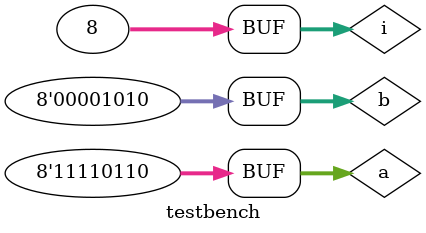
<source format=sv>


module testbench;

wire [7:0] s;
reg [7:0] 	a, b;
integer i;
shift_right_arithmetic_8 sra(s, a, b);

initial begin
     	#0 a = 8'h00;b = 8'h00;
	#10;
      	for (i = 1;i <= 7;i = i + 1)
      	begin
       		a = a + 8'h04;
		b = b + 8'h01;
     		#10;
      	end; 
	a = 8'hF6;
      	b = 8'h0A;
end
endmodule


</source>
